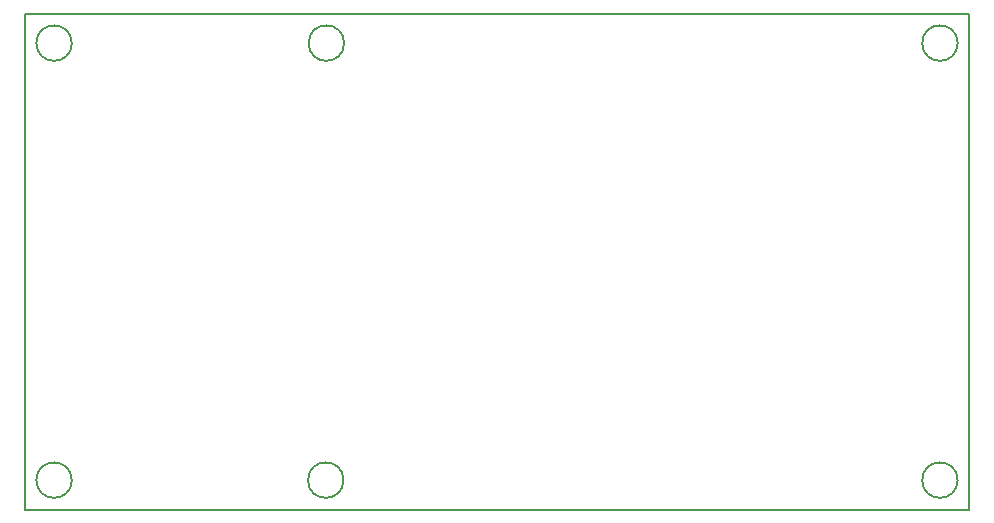
<source format=gm1>
G04 #@! TF.GenerationSoftware,KiCad,Pcbnew,5.0.0*
G04 #@! TF.CreationDate,2018-09-22T16:12:04+03:00*
G04 #@! TF.ProjectId,stm32-hamster,73746D33322D68616D737465722E6B69,rev?*
G04 #@! TF.SameCoordinates,Original*
G04 #@! TF.FileFunction,Profile,NP*
%FSLAX46Y46*%
G04 Gerber Fmt 4.6, Leading zero omitted, Abs format (unit mm)*
G04 Created by KiCad (PCBNEW 5.0.0) date Sat Sep 22 16:12:04 2018*
%MOMM*%
%LPD*%
G01*
G04 APERTURE LIST*
%ADD10C,0.150000*%
G04 APERTURE END LIST*
D10*
X131400833Y-115050000D02*
G75*
G03X131400833Y-115050000I-1500833J0D01*
G01*
X131450833Y-78050000D02*
G75*
G03X131450833Y-78050000I-1500833J0D01*
G01*
X183400000Y-115050000D02*
G75*
G03X183400000Y-115050000I-1500000J0D01*
G01*
X183400000Y-78050000D02*
G75*
G03X183400000Y-78050000I-1500000J0D01*
G01*
X108400000Y-115050000D02*
G75*
G03X108400000Y-115050000I-1500000J0D01*
G01*
X108400000Y-78050000D02*
G75*
G03X108400000Y-78050000I-1500000J0D01*
G01*
X104400000Y-117550000D02*
X104400000Y-75550000D01*
X184400000Y-117550000D02*
X104400000Y-117550000D01*
X184400000Y-75550000D02*
X184400000Y-117550000D01*
X104400000Y-75550000D02*
X184400000Y-75550000D01*
M02*

</source>
